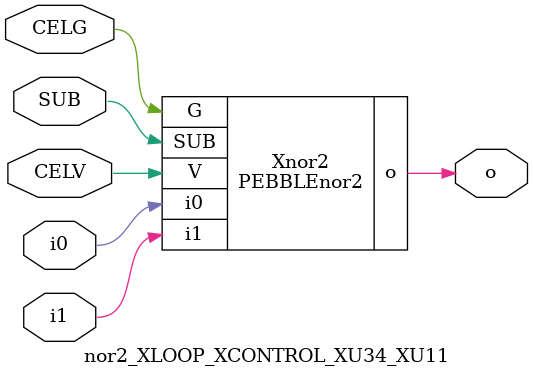
<source format=v>



module PEBBLEnor2 ( o, G, SUB, V, i0, i1 );

  input i0;
  input V;
  input i1;
  input G;
  output o;
  input SUB;
endmodule

//Celera Confidential Do Not Copy nor2_XLOOP_XCONTROL_XU34_XU11
//Celera Confidential Symbol Generator
//nor2
module nor2_XLOOP_XCONTROL_XU34_XU11 (CELV,CELG,i0,i1,o,SUB);
input CELV;
input CELG;
input i0;
input i1;
input SUB;
output o;

//Celera Confidential Do Not Copy nor2
PEBBLEnor2 Xnor2(
.V (CELV),
.i0 (i0),
.i1 (i1),
.o (o),
.SUB (SUB),
.G (CELG)
);
//,diesize,PEBBLEnor2

//Celera Confidential Do Not Copy Module End
//Celera Schematic Generator
endmodule

</source>
